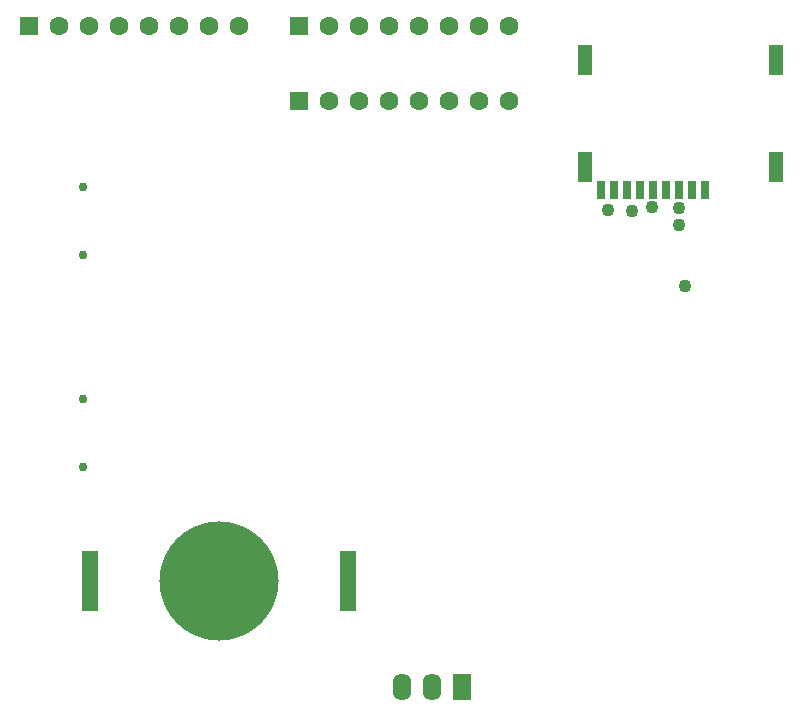
<source format=gbr>
%TF.GenerationSoftware,Altium Limited,Altium Designer,22.2.1 (43)*%
G04 Layer_Color=16711935*
%FSLAX26Y26*%
%MOIN*%
%TF.SameCoordinates,FBDAFD36-F916-462A-90D8-3015B88DE517*%
%TF.FilePolarity,Negative*%
%TF.FileFunction,Soldermask,Bot*%
%TF.Part,Single*%
G01*
G75*
%TA.AperFunction,ConnectorPad*%
%ADD94R,0.028346X0.059055*%
%ADD95R,0.047244X0.098425*%
%TA.AperFunction,SMDPad,CuDef*%
%ADD96C,0.043307*%
%ADD97R,0.053937X0.203937*%
%ADD98C,0.397638*%
%TA.AperFunction,ComponentPad*%
%ADD99C,0.062992*%
%ADD100R,0.062992X0.062992*%
%ADD101R,0.062992X0.090551*%
%ADD102C,0.003937*%
%ADD103O,0.062992X0.090551*%
%ADD104C,0.029528*%
D94*
X3314173Y3349606D02*
D03*
X3270866D02*
D03*
X3227559D02*
D03*
X3184252D02*
D03*
X3140945D02*
D03*
X3097638D02*
D03*
X3054331D02*
D03*
X3011024D02*
D03*
X2967716D02*
D03*
D95*
X3549213Y3782677D02*
D03*
X2913386D02*
D03*
X3549213Y3428347D02*
D03*
X2913386D02*
D03*
D96*
X3227559Y3289702D02*
D03*
X3135433Y3292913D02*
D03*
X2989834Y3284339D02*
D03*
X3226993Y3235140D02*
D03*
X3068955Y3279571D02*
D03*
X3248032Y3031496D02*
D03*
D97*
X2122638Y2047244D02*
D03*
X1263189D02*
D03*
D98*
X1692913D02*
D03*
D99*
X2658268Y3897637D02*
D03*
X2558269D02*
D03*
X2458268Y3897637D02*
D03*
X2358268Y3897638D02*
D03*
X2258268Y3897638D02*
D03*
X2158268Y3897637D02*
D03*
X2058268Y3897638D02*
D03*
X1258268Y3897638D02*
D03*
X1358268D02*
D03*
X1458268D02*
D03*
X1558268Y3897638D02*
D03*
X1658268D02*
D03*
X2058269Y3647638D02*
D03*
X2158269Y3647637D02*
D03*
X2258269Y3647638D02*
D03*
X2358269Y3647638D02*
D03*
X2458269Y3647638D02*
D03*
X2558269Y3647638D02*
D03*
X2658268Y3647637D02*
D03*
X1158268Y3897638D02*
D03*
X1758268Y3897637D02*
D03*
D100*
X1958268D02*
D03*
Y3647637D02*
D03*
X1058268Y3897638D02*
D03*
D101*
X2501574Y1692913D02*
D03*
D102*
X3078740Y3799213D02*
D03*
X3346457D02*
D03*
D103*
X2301575Y1692913D02*
D03*
X2401575D02*
D03*
D104*
X1240157Y3134252D02*
D03*
X1240158Y3361811D02*
D03*
X1240158Y2425591D02*
D03*
X1240158Y2653150D02*
D03*
%TF.MD5,901514d1990abfafed0a6e91d2c4b68f*%
M02*

</source>
